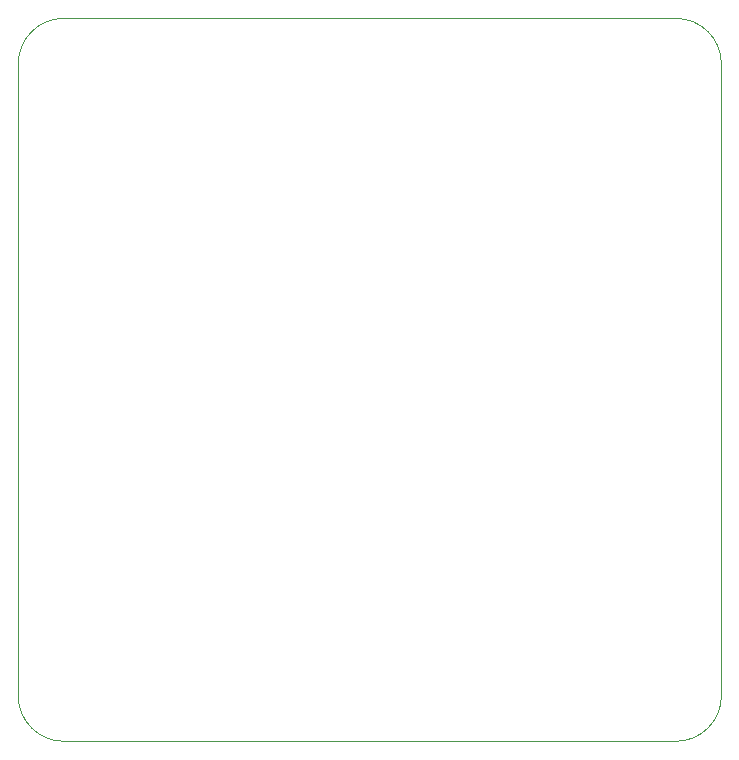
<source format=gbr>
%TF.GenerationSoftware,KiCad,Pcbnew,(6.0.0-0)*%
%TF.CreationDate,2022-06-10T22:05:25-07:00*%
%TF.ProjectId,bitaxe,62697461-7865-42e6-9b69-6361645f7063,rev?*%
%TF.SameCoordinates,Original*%
%TF.FileFunction,Profile,NP*%
%FSLAX46Y46*%
G04 Gerber Fmt 4.6, Leading zero omitted, Abs format (unit mm)*
G04 Created by KiCad (PCBNEW (6.0.0-0)) date 2022-06-10 22:05:25*
%MOMM*%
%LPD*%
G01*
G04 APERTURE LIST*
%TA.AperFunction,Profile*%
%ADD10C,0.100000*%
%TD*%
G04 APERTURE END LIST*
D10*
X118790001Y-50000000D02*
G75*
G03*
X114930001Y-46140000I-3860001J-1D01*
G01*
X59249432Y-49999433D02*
X59249432Y-103490568D01*
X63109432Y-107350568D02*
X114930000Y-107350000D01*
X63109432Y-46139433D02*
G75*
G03*
X59249432Y-49999433I1J-3860001D01*
G01*
X114930000Y-107350000D02*
G75*
G03*
X118790000Y-103490000I-1J3860001D01*
G01*
X114930001Y-46140000D02*
X63109432Y-46139433D01*
X118790000Y-103490000D02*
X118790001Y-50000000D01*
X59249432Y-103490568D02*
G75*
G03*
X63109432Y-107350568I3860001J1D01*
G01*
M02*

</source>
